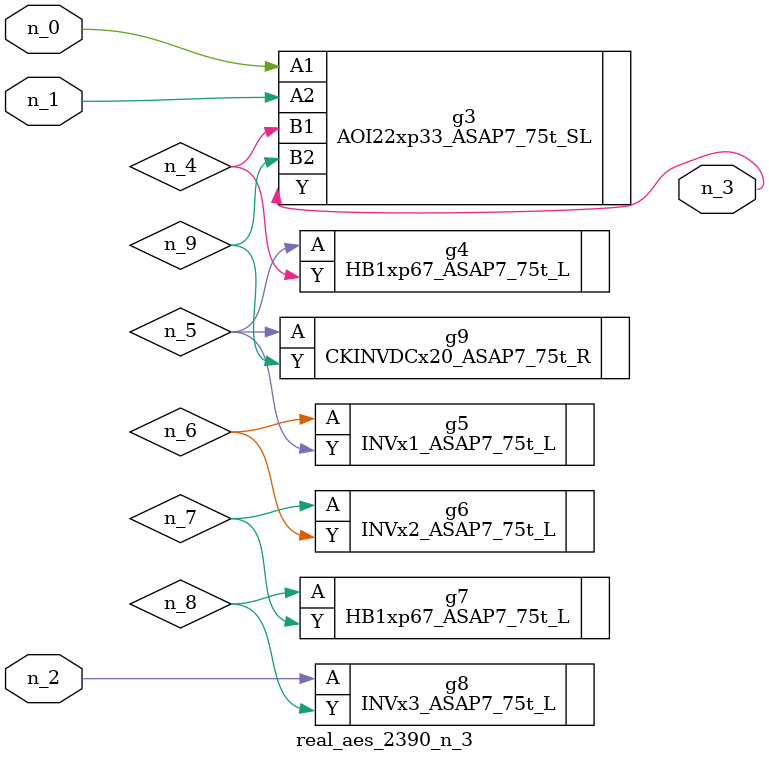
<source format=v>
module real_aes_2390_n_3 (n_0, n_2, n_1, n_3);
input n_0;
input n_2;
input n_1;
output n_3;
wire n_4;
wire n_5;
wire n_7;
wire n_9;
wire n_6;
wire n_8;
AOI22xp33_ASAP7_75t_SL g3 ( .A1(n_0), .A2(n_1), .B1(n_4), .B2(n_9), .Y(n_3) );
INVx3_ASAP7_75t_L g8 ( .A(n_2), .Y(n_8) );
HB1xp67_ASAP7_75t_L g4 ( .A(n_5), .Y(n_4) );
CKINVDCx20_ASAP7_75t_R g9 ( .A(n_5), .Y(n_9) );
INVx1_ASAP7_75t_L g5 ( .A(n_6), .Y(n_5) );
INVx2_ASAP7_75t_L g6 ( .A(n_7), .Y(n_6) );
HB1xp67_ASAP7_75t_L g7 ( .A(n_8), .Y(n_7) );
endmodule
</source>
